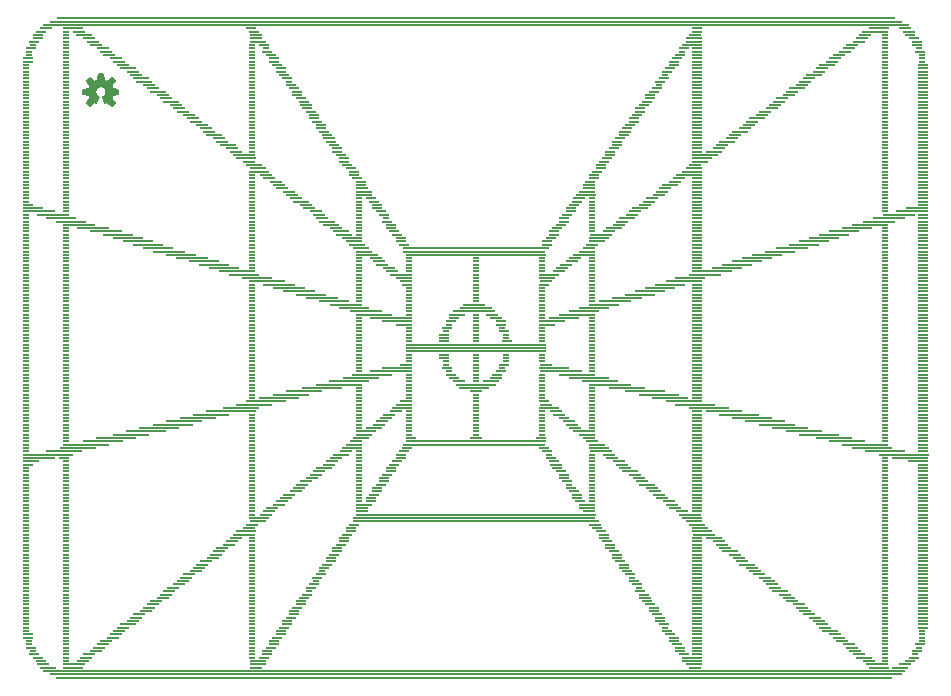
<source format=gbo>
G75*
%MOIN*%
%OFA0B0*%
%FSLAX25Y25*%
%IPPOS*%
%LPD*%
%AMOC8*
5,1,8,0,0,1.08239X$1,22.5*
%
%ADD10C,0.00591*%
%ADD11R,2.79764X0.01102*%
%ADD12R,2.84173X0.01102*%
%ADD13R,2.88622X0.01102*%
%ADD14R,0.04449X0.01142*%
%ADD15R,0.06654X0.01142*%
%ADD16R,0.03307X0.01142*%
%ADD17R,0.03346X0.01142*%
%ADD18R,0.04449X0.01102*%
%ADD19R,0.08858X0.01102*%
%ADD20R,0.03307X0.01102*%
%ADD21R,0.02205X0.01102*%
%ADD22R,0.03346X0.01102*%
%ADD23R,0.04409X0.01102*%
%ADD24R,0.05551X0.01102*%
%ADD25R,0.02205X0.01142*%
%ADD26R,0.04409X0.01142*%
%ADD27R,0.02244X0.01102*%
%ADD28R,0.05551X0.01142*%
%ADD29R,0.02244X0.01142*%
%ADD30R,0.07756X0.01102*%
%ADD31R,0.06654X0.01102*%
%ADD32R,0.11063X0.01102*%
%ADD33R,0.11102X0.01102*%
%ADD34R,0.11102X0.01142*%
%ADD35R,0.09961X0.01102*%
%ADD36R,0.10000X0.01102*%
%ADD37R,0.12205X0.01102*%
%ADD38R,0.09961X0.01142*%
%ADD39R,0.48819X0.01142*%
%ADD40R,0.10000X0.01142*%
%ADD41R,0.47717X0.01102*%
%ADD42R,0.46614X0.01102*%
%ADD43R,0.13307X0.01102*%
%ADD44R,0.14409X0.01102*%
%ADD45R,0.14409X0.01142*%
%ADD46R,0.46614X0.01142*%
%ADD47R,0.13346X0.01102*%
%ADD48R,0.13307X0.01142*%
%ADD49R,0.15512X0.01142*%
%ADD50R,0.12205X0.01142*%
%ADD51R,0.13346X0.01142*%
%ADD52R,0.12244X0.01102*%
%ADD53R,0.16654X0.01102*%
%ADD54R,0.15551X0.01102*%
%ADD55R,0.15512X0.01102*%
%ADD56R,0.16614X0.01142*%
%ADD57R,0.16654X0.01142*%
%ADD58R,0.05512X0.01102*%
%ADD59R,0.05512X0.01142*%
%ADD60R,0.79921X0.01102*%
%ADD61R,0.81024X0.01102*%
%ADD62R,0.82126X0.01142*%
%ADD63R,2.87520X0.01102*%
%ADD64R,2.84173X0.01142*%
%ADD65R,2.78622X0.01102*%
D10*
X0085760Y0279058D02*
X0084743Y0280075D01*
X0085953Y0281560D01*
X0085645Y0282157D01*
X0085440Y0282798D01*
X0083535Y0282992D01*
X0083535Y0284431D01*
X0085440Y0284625D01*
X0085645Y0285265D01*
X0085953Y0285863D01*
X0084743Y0287347D01*
X0085760Y0288365D01*
X0087245Y0287155D01*
X0087843Y0287463D01*
X0088483Y0287668D01*
X0088677Y0289573D01*
X0090116Y0289573D01*
X0090310Y0287668D01*
X0090950Y0287463D01*
X0091548Y0287155D01*
X0093032Y0288365D01*
X0094050Y0287347D01*
X0092840Y0285863D01*
X0093148Y0285265D01*
X0093353Y0284625D01*
X0095258Y0284431D01*
X0095258Y0282992D01*
X0093353Y0282798D01*
X0093148Y0282157D01*
X0092840Y0281560D01*
X0094050Y0280075D01*
X0093032Y0279058D01*
X0091548Y0280268D01*
X0090950Y0279960D01*
X0090103Y0282006D01*
X0090481Y0282218D01*
X0090800Y0282513D01*
X0091041Y0282873D01*
X0091191Y0283280D01*
X0091242Y0283711D01*
X0091189Y0284150D01*
X0091033Y0284563D01*
X0090784Y0284928D01*
X0090455Y0285223D01*
X0090065Y0285431D01*
X0089637Y0285540D01*
X0089196Y0285545D01*
X0088765Y0285445D01*
X0088371Y0285245D01*
X0088036Y0284958D01*
X0087779Y0284599D01*
X0087614Y0284189D01*
X0087552Y0283751D01*
X0087595Y0283312D01*
X0087741Y0282895D01*
X0087983Y0282525D01*
X0088305Y0282223D01*
X0088690Y0282006D01*
X0087842Y0279960D01*
X0087245Y0280268D01*
X0085760Y0279058D01*
X0085741Y0279077D02*
X0085784Y0279077D01*
X0085152Y0279666D02*
X0086507Y0279666D01*
X0087229Y0280255D02*
X0084889Y0280255D01*
X0085370Y0280844D02*
X0088209Y0280844D01*
X0087965Y0280255D02*
X0087270Y0280255D01*
X0088453Y0281433D02*
X0085850Y0281433D01*
X0085715Y0282022D02*
X0088661Y0282022D01*
X0087926Y0282611D02*
X0085500Y0282611D01*
X0083535Y0283200D02*
X0087634Y0283200D01*
X0087557Y0283789D02*
X0083535Y0283789D01*
X0083535Y0284379D02*
X0087690Y0284379D01*
X0088048Y0284968D02*
X0085550Y0284968D01*
X0085795Y0285557D02*
X0092997Y0285557D01*
X0093070Y0286146D02*
X0085722Y0286146D01*
X0085242Y0286735D02*
X0093551Y0286735D01*
X0094031Y0287324D02*
X0091755Y0287324D01*
X0091219Y0287324D02*
X0087573Y0287324D01*
X0087037Y0287324D02*
X0084762Y0287324D01*
X0085309Y0287913D02*
X0086315Y0287913D01*
X0088508Y0287913D02*
X0090285Y0287913D01*
X0090225Y0288502D02*
X0088568Y0288502D01*
X0088628Y0289091D02*
X0090165Y0289091D01*
X0092478Y0287913D02*
X0093484Y0287913D01*
X0093243Y0284968D02*
X0090739Y0284968D01*
X0091103Y0284379D02*
X0095258Y0284379D01*
X0095258Y0283789D02*
X0091233Y0283789D01*
X0091162Y0283200D02*
X0095258Y0283200D01*
X0093293Y0282611D02*
X0090866Y0282611D01*
X0090131Y0282022D02*
X0093078Y0282022D01*
X0092943Y0281433D02*
X0090340Y0281433D01*
X0090584Y0280844D02*
X0093423Y0280844D01*
X0093903Y0280255D02*
X0091564Y0280255D01*
X0091523Y0280255D02*
X0090828Y0280255D01*
X0092286Y0279666D02*
X0093640Y0279666D01*
X0093051Y0279077D02*
X0093009Y0279077D01*
D11*
X0214345Y0308251D03*
D12*
X0214345Y0307148D03*
D13*
X0214325Y0306046D03*
D14*
X0264286Y0270514D03*
X0280940Y0253861D03*
X0287593Y0259412D03*
X0295388Y0264963D03*
X0273184Y0248310D03*
X0258735Y0237207D03*
X0252081Y0231656D03*
X0244325Y0226105D03*
X0191018Y0180593D03*
X0183262Y0173940D03*
X0162160Y0157286D03*
X0155507Y0151735D03*
X0148853Y0146184D03*
X0134404Y0135081D03*
X0127751Y0129530D03*
X0105546Y0111774D03*
X0091136Y0100672D03*
X0245428Y0173940D03*
X0252081Y0168388D03*
X0258735Y0162837D03*
X0273184Y0151735D03*
X0279837Y0146184D03*
X0300940Y0129530D03*
X0308696Y0122877D03*
X0329798Y0106223D03*
X0336451Y0100672D03*
X0183262Y0226105D03*
X0162160Y0242759D03*
X0154404Y0248310D03*
X0147751Y0253861D03*
X0133302Y0264963D03*
X0125546Y0270514D03*
X0116648Y0277168D03*
X0109995Y0282719D03*
X0087790Y0299373D03*
X0071136Y0304924D03*
X0318696Y0282719D03*
X0325349Y0288270D03*
X0333105Y0293822D03*
X0357554Y0304924D03*
D15*
X0348656Y0304924D03*
X0286491Y0299373D03*
X0080034Y0304924D03*
X0286491Y0095121D03*
D16*
X0288164Y0100672D03*
X0288164Y0106223D03*
X0288164Y0111774D03*
X0288164Y0117325D03*
X0288164Y0122877D03*
X0288164Y0129530D03*
X0288164Y0135081D03*
X0288164Y0146184D03*
X0288164Y0151735D03*
X0288164Y0157286D03*
X0288164Y0162837D03*
X0288164Y0168388D03*
X0288164Y0173940D03*
X0288164Y0186144D03*
X0288164Y0191696D03*
X0288164Y0197247D03*
X0288164Y0202798D03*
X0288164Y0208349D03*
X0288164Y0213900D03*
X0288164Y0219451D03*
X0288164Y0226105D03*
X0288164Y0231656D03*
X0288164Y0237207D03*
X0288164Y0242759D03*
X0288164Y0248310D03*
X0288164Y0253861D03*
X0288164Y0264963D03*
X0288164Y0270514D03*
X0288164Y0277168D03*
X0288164Y0282719D03*
X0288164Y0288270D03*
X0288164Y0293822D03*
X0277062Y0288270D03*
X0272613Y0282719D03*
X0260408Y0264963D03*
X0288164Y0304924D03*
X0361432Y0299373D03*
X0363636Y0288270D03*
X0363636Y0282719D03*
X0363636Y0277168D03*
X0363636Y0270514D03*
X0363636Y0264963D03*
X0363636Y0259412D03*
X0363636Y0253861D03*
X0363636Y0248310D03*
X0363636Y0242759D03*
X0363636Y0237207D03*
X0363636Y0231656D03*
X0363636Y0226105D03*
X0363636Y0219451D03*
X0363636Y0213900D03*
X0363636Y0208349D03*
X0363636Y0202798D03*
X0363636Y0197247D03*
X0363636Y0191696D03*
X0363636Y0186144D03*
X0363636Y0180593D03*
X0363636Y0173940D03*
X0363636Y0168388D03*
X0363636Y0157286D03*
X0363636Y0151735D03*
X0363636Y0146184D03*
X0363636Y0140633D03*
X0363636Y0135081D03*
X0363636Y0129530D03*
X0363636Y0122877D03*
X0363636Y0117325D03*
X0363636Y0111774D03*
X0363636Y0106223D03*
X0277062Y0106223D03*
X0265959Y0122877D03*
X0242652Y0157286D03*
X0237101Y0180593D03*
X0203794Y0202798D03*
X0191589Y0219451D03*
X0187140Y0237207D03*
X0176038Y0253861D03*
X0163833Y0270514D03*
X0151629Y0288270D03*
X0147180Y0293822D03*
X0237101Y0219451D03*
X0192692Y0168388D03*
X0186038Y0157286D03*
X0181589Y0151735D03*
X0170487Y0135081D03*
X0162731Y0122877D03*
X0151629Y0106223D03*
X0147180Y0100672D03*
X0068361Y0095121D03*
D17*
X0143853Y0095121D03*
X0154955Y0111774D03*
X0167160Y0129530D03*
X0189365Y0162837D03*
X0204916Y0191696D03*
X0207121Y0208349D03*
X0240428Y0237207D03*
X0244877Y0242759D03*
X0252633Y0253861D03*
X0255979Y0259412D03*
X0269286Y0277168D03*
X0280388Y0293822D03*
X0183814Y0242759D03*
X0179365Y0248310D03*
X0171609Y0259412D03*
X0168262Y0264963D03*
X0159404Y0277168D03*
X0154955Y0282719D03*
X0143853Y0299373D03*
X0139404Y0304924D03*
X0065034Y0293822D03*
X0235979Y0168388D03*
X0245979Y0151735D03*
X0257081Y0135081D03*
X0261530Y0129530D03*
X0269286Y0117325D03*
X0273735Y0111774D03*
X0280388Y0100672D03*
X0360310Y0095121D03*
D18*
X0070034Y0092896D03*
X0083341Y0093999D03*
X0085585Y0096243D03*
X0087790Y0097345D03*
X0088892Y0098448D03*
X0093341Y0101794D03*
X0094444Y0102896D03*
X0096688Y0105101D03*
X0099995Y0107345D03*
X0102239Y0109550D03*
X0104444Y0110652D03*
X0107790Y0113999D03*
X0109995Y0115101D03*
X0111097Y0116203D03*
X0113341Y0118448D03*
X0115546Y0119550D03*
X0116648Y0120652D03*
X0121097Y0123999D03*
X0122199Y0125101D03*
X0123302Y0126203D03*
X0126648Y0128408D03*
X0128853Y0130652D03*
X0132199Y0132857D03*
X0133302Y0133959D03*
X0138853Y0138408D03*
X0139955Y0139510D03*
X0144404Y0142857D03*
X0145507Y0143959D03*
X0149955Y0147306D03*
X0151058Y0148408D03*
X0154404Y0150613D03*
X0156609Y0152857D03*
X0159955Y0155062D03*
X0161058Y0156164D03*
X0165507Y0159510D03*
X0166609Y0160613D03*
X0167711Y0161715D03*
X0171058Y0163959D03*
X0174365Y0167266D03*
X0182160Y0172818D03*
X0184365Y0175062D03*
X0185467Y0176164D03*
X0187711Y0177266D03*
X0191018Y0192818D03*
X0219877Y0209471D03*
X0242081Y0223881D03*
X0246530Y0227227D03*
X0247633Y0228329D03*
X0253184Y0232778D03*
X0262081Y0239432D03*
X0263184Y0240534D03*
X0267633Y0243881D03*
X0270940Y0246085D03*
X0275388Y0249432D03*
X0276491Y0250534D03*
X0282042Y0254983D03*
X0296491Y0266085D03*
X0300940Y0269392D03*
X0304247Y0271636D03*
X0306491Y0273841D03*
X0309798Y0276046D03*
X0313144Y0278290D03*
X0314247Y0279392D03*
X0315349Y0280495D03*
X0316451Y0281597D03*
X0319798Y0283841D03*
X0324247Y0287148D03*
X0329798Y0291597D03*
X0335349Y0296046D03*
X0337554Y0297148D03*
X0338656Y0298251D03*
X0342003Y0300495D03*
X0343105Y0301597D03*
X0344207Y0302699D03*
X0358656Y0303802D03*
X0287593Y0302699D03*
X0252081Y0252739D03*
X0252081Y0251636D03*
X0191018Y0220573D03*
X0185467Y0224983D03*
X0182160Y0227227D03*
X0167711Y0238329D03*
X0161058Y0243881D03*
X0158853Y0244983D03*
X0153302Y0249432D03*
X0149955Y0251636D03*
X0148853Y0252739D03*
X0145507Y0254983D03*
X0144404Y0256085D03*
X0138853Y0260534D03*
X0134404Y0263841D03*
X0128853Y0268290D03*
X0123302Y0272739D03*
X0121097Y0273841D03*
X0119995Y0274944D03*
X0115546Y0278290D03*
X0114444Y0279392D03*
X0111097Y0281597D03*
X0105546Y0286046D03*
X0099995Y0290495D03*
X0096688Y0292699D03*
X0094444Y0294944D03*
X0092239Y0296046D03*
X0091136Y0297148D03*
X0086688Y0300495D03*
X0085585Y0301597D03*
X0082239Y0303802D03*
X0165507Y0268290D03*
X0176609Y0251636D03*
X0240979Y0177266D03*
X0242081Y0176164D03*
X0246530Y0172818D03*
X0247633Y0171715D03*
X0253184Y0167266D03*
X0262081Y0160613D03*
X0263184Y0159510D03*
X0264286Y0158408D03*
X0267633Y0156164D03*
X0268735Y0155062D03*
X0269837Y0153959D03*
X0274286Y0150613D03*
X0275388Y0149510D03*
X0276491Y0148408D03*
X0278735Y0147306D03*
X0280940Y0145062D03*
X0295388Y0133959D03*
X0296491Y0132857D03*
X0297593Y0131755D03*
X0302042Y0128408D03*
X0303144Y0127306D03*
X0306491Y0125101D03*
X0307593Y0123999D03*
X0313144Y0119550D03*
X0314247Y0118448D03*
X0318696Y0115101D03*
X0319798Y0113999D03*
X0322003Y0112896D03*
X0324247Y0110652D03*
X0325349Y0109550D03*
X0327554Y0108448D03*
X0330900Y0105101D03*
X0335349Y0101794D03*
X0338656Y0099550D03*
X0340900Y0097345D03*
X0342003Y0096243D03*
X0357554Y0092896D03*
X0287593Y0091794D03*
X0270940Y0115101D03*
X0252081Y0143959D03*
X0240979Y0159510D03*
X0176609Y0145062D03*
X0176609Y0143959D03*
D19*
X0239877Y0207227D03*
X0285388Y0256085D03*
X0290940Y0262739D03*
X0347554Y0303802D03*
D20*
X0361432Y0300495D03*
X0362534Y0297148D03*
X0363636Y0292699D03*
X0363636Y0291597D03*
X0363636Y0290495D03*
X0363636Y0289392D03*
X0363636Y0287148D03*
X0363636Y0286046D03*
X0363636Y0284944D03*
X0363636Y0283841D03*
X0363636Y0281597D03*
X0363636Y0280495D03*
X0363636Y0279392D03*
X0363636Y0278290D03*
X0363636Y0276046D03*
X0363636Y0274944D03*
X0363636Y0273841D03*
X0363636Y0272739D03*
X0363636Y0271636D03*
X0363636Y0269392D03*
X0363636Y0268290D03*
X0363636Y0267188D03*
X0363636Y0266085D03*
X0363636Y0263841D03*
X0363636Y0262739D03*
X0363636Y0261636D03*
X0363636Y0260534D03*
X0363636Y0258290D03*
X0363636Y0257188D03*
X0363636Y0256085D03*
X0363636Y0254983D03*
X0363636Y0252739D03*
X0363636Y0251636D03*
X0363636Y0250534D03*
X0363636Y0249432D03*
X0363636Y0247188D03*
X0363636Y0246085D03*
X0363636Y0241636D03*
X0363636Y0240534D03*
X0363636Y0239432D03*
X0363636Y0238329D03*
X0363636Y0236085D03*
X0363636Y0234983D03*
X0363636Y0233881D03*
X0363636Y0232778D03*
X0363636Y0230534D03*
X0363636Y0229432D03*
X0363636Y0228329D03*
X0363636Y0227227D03*
X0363636Y0224983D03*
X0363636Y0223881D03*
X0363636Y0222778D03*
X0363636Y0221676D03*
X0363636Y0220573D03*
X0363636Y0218329D03*
X0363636Y0217227D03*
X0363636Y0216125D03*
X0363636Y0215022D03*
X0363636Y0212778D03*
X0363636Y0211676D03*
X0363636Y0210573D03*
X0363636Y0209471D03*
X0363636Y0207227D03*
X0363636Y0206125D03*
X0363636Y0205022D03*
X0363636Y0203920D03*
X0363636Y0201676D03*
X0363636Y0200573D03*
X0363636Y0199471D03*
X0363636Y0198369D03*
X0363636Y0196125D03*
X0363636Y0195022D03*
X0363636Y0193920D03*
X0363636Y0192818D03*
X0363636Y0190573D03*
X0363636Y0189471D03*
X0363636Y0188369D03*
X0363636Y0187266D03*
X0363636Y0185022D03*
X0363636Y0183920D03*
X0363636Y0182818D03*
X0363636Y0181715D03*
X0363636Y0179471D03*
X0363636Y0178369D03*
X0363636Y0177266D03*
X0363636Y0176164D03*
X0363636Y0175062D03*
X0363636Y0172818D03*
X0363636Y0171715D03*
X0363636Y0170613D03*
X0363636Y0169510D03*
X0363636Y0167266D03*
X0363636Y0166164D03*
X0363636Y0165062D03*
X0363636Y0163959D03*
X0363636Y0159510D03*
X0363636Y0158408D03*
X0363636Y0156164D03*
X0363636Y0155062D03*
X0363636Y0153959D03*
X0363636Y0152857D03*
X0363636Y0150613D03*
X0363636Y0149510D03*
X0363636Y0148408D03*
X0363636Y0147306D03*
X0363636Y0145062D03*
X0363636Y0143959D03*
X0363636Y0142857D03*
X0363636Y0141755D03*
X0363636Y0139510D03*
X0363636Y0138408D03*
X0363636Y0137306D03*
X0363636Y0136203D03*
X0363636Y0133959D03*
X0363636Y0132857D03*
X0363636Y0131755D03*
X0363636Y0130652D03*
X0363636Y0128408D03*
X0363636Y0127306D03*
X0363636Y0126203D03*
X0363636Y0125101D03*
X0363636Y0123999D03*
X0363636Y0121755D03*
X0363636Y0120652D03*
X0363636Y0119550D03*
X0363636Y0118448D03*
X0363636Y0116203D03*
X0363636Y0115101D03*
X0363636Y0113999D03*
X0363636Y0112896D03*
X0363636Y0110652D03*
X0363636Y0109550D03*
X0363636Y0108448D03*
X0363636Y0107345D03*
X0363636Y0105101D03*
X0362534Y0099550D03*
X0361432Y0097345D03*
X0288164Y0097345D03*
X0288164Y0096243D03*
X0288164Y0098448D03*
X0288164Y0099550D03*
X0288164Y0101794D03*
X0288164Y0102896D03*
X0288164Y0103999D03*
X0288164Y0105101D03*
X0288164Y0107345D03*
X0288164Y0108448D03*
X0288164Y0109550D03*
X0288164Y0110652D03*
X0288164Y0112896D03*
X0288164Y0113999D03*
X0288164Y0115101D03*
X0288164Y0116203D03*
X0288164Y0118448D03*
X0288164Y0119550D03*
X0288164Y0120652D03*
X0288164Y0121755D03*
X0288164Y0123999D03*
X0288164Y0125101D03*
X0288164Y0126203D03*
X0288164Y0127306D03*
X0288164Y0128408D03*
X0288164Y0130652D03*
X0288164Y0131755D03*
X0288164Y0132857D03*
X0288164Y0133959D03*
X0288164Y0143959D03*
X0288164Y0145062D03*
X0288164Y0147306D03*
X0288164Y0148408D03*
X0288164Y0149510D03*
X0288164Y0150613D03*
X0288164Y0152857D03*
X0288164Y0153959D03*
X0288164Y0155062D03*
X0288164Y0156164D03*
X0288164Y0158408D03*
X0288164Y0159510D03*
X0288164Y0160613D03*
X0288164Y0161715D03*
X0288164Y0163959D03*
X0288164Y0165062D03*
X0288164Y0166164D03*
X0288164Y0167266D03*
X0288164Y0169510D03*
X0288164Y0170613D03*
X0288164Y0171715D03*
X0288164Y0172818D03*
X0288164Y0175062D03*
X0288164Y0176164D03*
X0288164Y0177266D03*
X0288164Y0181715D03*
X0288164Y0182818D03*
X0288164Y0183920D03*
X0288164Y0185022D03*
X0288164Y0187266D03*
X0288164Y0188369D03*
X0288164Y0189471D03*
X0288164Y0190573D03*
X0288164Y0192818D03*
X0288164Y0193920D03*
X0288164Y0195022D03*
X0288164Y0196125D03*
X0288164Y0198369D03*
X0288164Y0199471D03*
X0288164Y0200573D03*
X0288164Y0201676D03*
X0288164Y0203920D03*
X0288164Y0205022D03*
X0288164Y0206125D03*
X0288164Y0207227D03*
X0288164Y0209471D03*
X0288164Y0210573D03*
X0288164Y0211676D03*
X0288164Y0212778D03*
X0288164Y0215022D03*
X0288164Y0216125D03*
X0288164Y0217227D03*
X0288164Y0218329D03*
X0288164Y0224983D03*
X0288164Y0227227D03*
X0288164Y0228329D03*
X0288164Y0229432D03*
X0288164Y0230534D03*
X0288164Y0232778D03*
X0288164Y0233881D03*
X0288164Y0234983D03*
X0288164Y0236085D03*
X0288164Y0238329D03*
X0288164Y0239432D03*
X0288164Y0240534D03*
X0288164Y0241636D03*
X0288164Y0243881D03*
X0288164Y0244983D03*
X0288164Y0246085D03*
X0288164Y0247188D03*
X0288164Y0249432D03*
X0288164Y0250534D03*
X0288164Y0251636D03*
X0288164Y0252739D03*
X0288164Y0254983D03*
X0288164Y0263841D03*
X0288164Y0266085D03*
X0288164Y0267188D03*
X0288164Y0268290D03*
X0288164Y0269392D03*
X0288164Y0271636D03*
X0288164Y0272739D03*
X0288164Y0273841D03*
X0288164Y0274944D03*
X0288164Y0276046D03*
X0288164Y0278290D03*
X0288164Y0279392D03*
X0288164Y0280495D03*
X0288164Y0281597D03*
X0288164Y0283841D03*
X0288164Y0284944D03*
X0288164Y0286046D03*
X0288164Y0287148D03*
X0288164Y0289392D03*
X0288164Y0290495D03*
X0288164Y0291597D03*
X0288164Y0292699D03*
X0288164Y0294944D03*
X0288164Y0296046D03*
X0288164Y0297148D03*
X0288164Y0298251D03*
X0283715Y0298251D03*
X0282613Y0296046D03*
X0278164Y0290495D03*
X0272613Y0281597D03*
X0271510Y0280495D03*
X0267062Y0274944D03*
X0267062Y0273841D03*
X0265959Y0272739D03*
X0264857Y0271636D03*
X0259306Y0263841D03*
X0259306Y0262739D03*
X0254857Y0257188D03*
X0253755Y0256085D03*
X0253755Y0254983D03*
X0248203Y0247188D03*
X0243755Y0241636D03*
X0243755Y0240534D03*
X0242652Y0239432D03*
X0238203Y0233881D03*
X0238203Y0232778D03*
X0203794Y0201676D03*
X0203794Y0200573D03*
X0203794Y0196125D03*
X0203794Y0195022D03*
X0221550Y0189471D03*
X0243755Y0175062D03*
X0237101Y0165062D03*
X0238203Y0163959D03*
X0243755Y0156164D03*
X0243755Y0155062D03*
X0248203Y0149510D03*
X0248203Y0148408D03*
X0249306Y0147306D03*
X0254857Y0138408D03*
X0259306Y0132857D03*
X0259306Y0131755D03*
X0260408Y0130652D03*
X0264857Y0123999D03*
X0267062Y0120652D03*
X0271510Y0113999D03*
X0272613Y0112896D03*
X0278164Y0103999D03*
X0282613Y0098448D03*
X0282613Y0097345D03*
X0283715Y0096243D03*
X0191589Y0165062D03*
X0187140Y0159510D03*
X0186038Y0158408D03*
X0181589Y0150613D03*
X0180487Y0149510D03*
X0170487Y0133959D03*
X0169385Y0132857D03*
X0164936Y0126203D03*
X0163833Y0125101D03*
X0158282Y0116203D03*
X0157180Y0115101D03*
X0152731Y0108448D03*
X0151629Y0107345D03*
X0147180Y0099550D03*
X0146077Y0098448D03*
X0067259Y0096243D03*
X0066156Y0098448D03*
X0186038Y0238329D03*
X0186038Y0239432D03*
X0181589Y0244983D03*
X0181589Y0246085D03*
X0180487Y0247188D03*
X0176038Y0252739D03*
X0174936Y0254983D03*
X0170487Y0260534D03*
X0170487Y0261636D03*
X0169385Y0262739D03*
X0164936Y0269392D03*
X0162731Y0271636D03*
X0162731Y0272739D03*
X0158282Y0278290D03*
X0157180Y0280495D03*
X0152731Y0286046D03*
X0147180Y0294944D03*
X0146077Y0296046D03*
X0140526Y0303802D03*
X0068361Y0302699D03*
X0068361Y0301597D03*
X0067259Y0300495D03*
X0066156Y0298251D03*
X0288164Y0303802D03*
D21*
X0283164Y0297148D03*
X0277613Y0289392D03*
X0253203Y0247188D03*
X0253203Y0246085D03*
X0253203Y0244983D03*
X0253203Y0243881D03*
X0253203Y0241636D03*
X0253203Y0240534D03*
X0253203Y0239432D03*
X0253203Y0238329D03*
X0253203Y0228329D03*
X0253203Y0227227D03*
X0253203Y0224983D03*
X0253203Y0223881D03*
X0253203Y0222778D03*
X0253203Y0221676D03*
X0253203Y0220573D03*
X0253203Y0218329D03*
X0253203Y0217227D03*
X0253203Y0216125D03*
X0253203Y0215022D03*
X0253203Y0207227D03*
X0253203Y0206125D03*
X0253203Y0205022D03*
X0253203Y0203920D03*
X0253203Y0201676D03*
X0253203Y0200573D03*
X0253203Y0199471D03*
X0253203Y0198369D03*
X0253203Y0196125D03*
X0253203Y0195022D03*
X0253203Y0193920D03*
X0253203Y0192818D03*
X0253203Y0190573D03*
X0253203Y0185022D03*
X0253203Y0183920D03*
X0253203Y0182818D03*
X0253203Y0181715D03*
X0253203Y0179471D03*
X0253203Y0178369D03*
X0253203Y0177266D03*
X0253203Y0176164D03*
X0253203Y0175062D03*
X0253203Y0172818D03*
X0253203Y0171715D03*
X0253203Y0161715D03*
X0253203Y0160613D03*
X0253203Y0159510D03*
X0253203Y0158408D03*
X0253203Y0156164D03*
X0253203Y0155062D03*
X0253203Y0153959D03*
X0253203Y0152857D03*
X0253203Y0150613D03*
X0253203Y0149510D03*
X0253203Y0148408D03*
X0253203Y0147306D03*
X0236550Y0169510D03*
X0236550Y0170613D03*
X0236550Y0171715D03*
X0236550Y0172818D03*
X0236550Y0175062D03*
X0236550Y0176164D03*
X0236550Y0177266D03*
X0236550Y0181715D03*
X0236550Y0182818D03*
X0236550Y0183920D03*
X0236550Y0185022D03*
X0236550Y0187266D03*
X0236550Y0188369D03*
X0236550Y0189471D03*
X0236550Y0193920D03*
X0236550Y0195022D03*
X0236550Y0196125D03*
X0236550Y0200573D03*
X0236550Y0201676D03*
X0236550Y0203920D03*
X0236550Y0205022D03*
X0236550Y0209471D03*
X0236550Y0210573D03*
X0236550Y0211676D03*
X0236550Y0212778D03*
X0236550Y0215022D03*
X0236550Y0216125D03*
X0236550Y0217227D03*
X0236550Y0218329D03*
X0236550Y0223881D03*
X0236550Y0224983D03*
X0236550Y0227227D03*
X0236550Y0228329D03*
X0214345Y0228329D03*
X0214345Y0227227D03*
X0214345Y0224983D03*
X0214345Y0223881D03*
X0214345Y0222778D03*
X0214345Y0221676D03*
X0214345Y0220573D03*
X0214345Y0218329D03*
X0214345Y0217227D03*
X0214345Y0216125D03*
X0214345Y0215022D03*
X0214345Y0209471D03*
X0214345Y0207227D03*
X0214345Y0206125D03*
X0214345Y0205022D03*
X0214345Y0203920D03*
X0214345Y0201676D03*
X0214345Y0200573D03*
X0214345Y0196125D03*
X0214345Y0195022D03*
X0214345Y0193920D03*
X0214345Y0192818D03*
X0214345Y0190573D03*
X0214345Y0189471D03*
X0214345Y0188369D03*
X0214345Y0187266D03*
X0214345Y0182818D03*
X0214345Y0181715D03*
X0214345Y0179471D03*
X0214345Y0178369D03*
X0214345Y0177266D03*
X0214345Y0176164D03*
X0214345Y0175062D03*
X0214345Y0172818D03*
X0214345Y0171715D03*
X0214345Y0170613D03*
X0214345Y0169510D03*
X0192140Y0169510D03*
X0192140Y0170613D03*
X0192140Y0171715D03*
X0192140Y0172818D03*
X0192140Y0175062D03*
X0192140Y0176164D03*
X0192140Y0177266D03*
X0192140Y0181715D03*
X0192140Y0182818D03*
X0192140Y0183920D03*
X0192140Y0185022D03*
X0192140Y0187266D03*
X0192140Y0188369D03*
X0192140Y0189471D03*
X0192140Y0193920D03*
X0192140Y0195022D03*
X0192140Y0196125D03*
X0192140Y0200573D03*
X0192140Y0201676D03*
X0192140Y0203920D03*
X0192140Y0205022D03*
X0192140Y0209471D03*
X0192140Y0210573D03*
X0192140Y0211676D03*
X0192140Y0212778D03*
X0192140Y0215022D03*
X0192140Y0216125D03*
X0192140Y0217227D03*
X0192140Y0218329D03*
X0192140Y0223881D03*
X0192140Y0224983D03*
X0192140Y0227227D03*
X0192140Y0228329D03*
X0175487Y0228329D03*
X0175487Y0227227D03*
X0175487Y0224983D03*
X0175487Y0223881D03*
X0175487Y0222778D03*
X0175487Y0221676D03*
X0175487Y0220573D03*
X0175487Y0218329D03*
X0175487Y0217227D03*
X0175487Y0216125D03*
X0175487Y0215022D03*
X0175487Y0207227D03*
X0175487Y0206125D03*
X0175487Y0205022D03*
X0175487Y0203920D03*
X0175487Y0201676D03*
X0175487Y0200573D03*
X0175487Y0199471D03*
X0175487Y0198369D03*
X0175487Y0196125D03*
X0175487Y0195022D03*
X0175487Y0193920D03*
X0175487Y0192818D03*
X0175487Y0190573D03*
X0175487Y0185022D03*
X0175487Y0183920D03*
X0175487Y0182818D03*
X0175487Y0181715D03*
X0175487Y0179471D03*
X0175487Y0178369D03*
X0175487Y0177266D03*
X0175487Y0176164D03*
X0175487Y0175062D03*
X0175487Y0172818D03*
X0175487Y0171715D03*
X0175487Y0163959D03*
X0175487Y0161715D03*
X0175487Y0160613D03*
X0175487Y0159510D03*
X0175487Y0158408D03*
X0175487Y0156164D03*
X0175487Y0155062D03*
X0175487Y0153959D03*
X0175487Y0152857D03*
X0175487Y0150613D03*
X0175487Y0149510D03*
X0175487Y0148408D03*
X0175487Y0147306D03*
X0163282Y0123999D03*
X0139975Y0123999D03*
X0139975Y0125101D03*
X0139975Y0126203D03*
X0139975Y0127306D03*
X0139975Y0128408D03*
X0139975Y0130652D03*
X0139975Y0131755D03*
X0139975Y0132857D03*
X0139975Y0133959D03*
X0139975Y0142857D03*
X0139975Y0143959D03*
X0139975Y0145062D03*
X0139975Y0147306D03*
X0139975Y0148408D03*
X0139975Y0149510D03*
X0139975Y0150613D03*
X0139975Y0152857D03*
X0139975Y0153959D03*
X0139975Y0155062D03*
X0139975Y0156164D03*
X0139975Y0158408D03*
X0139975Y0159510D03*
X0139975Y0160613D03*
X0139975Y0161715D03*
X0139975Y0163959D03*
X0139975Y0165062D03*
X0139975Y0166164D03*
X0139975Y0167266D03*
X0139975Y0169510D03*
X0139975Y0170613D03*
X0139975Y0171715D03*
X0139975Y0172818D03*
X0139975Y0175062D03*
X0139975Y0176164D03*
X0139975Y0181715D03*
X0139975Y0182818D03*
X0139975Y0183920D03*
X0139975Y0185022D03*
X0139975Y0187266D03*
X0139975Y0188369D03*
X0139975Y0189471D03*
X0139975Y0190573D03*
X0139975Y0192818D03*
X0139975Y0193920D03*
X0139975Y0195022D03*
X0139975Y0196125D03*
X0139975Y0198369D03*
X0139975Y0199471D03*
X0139975Y0200573D03*
X0139975Y0201676D03*
X0139975Y0203920D03*
X0139975Y0205022D03*
X0139975Y0206125D03*
X0139975Y0207227D03*
X0139975Y0209471D03*
X0139975Y0210573D03*
X0139975Y0211676D03*
X0139975Y0212778D03*
X0139975Y0215022D03*
X0139975Y0216125D03*
X0139975Y0217227D03*
X0139975Y0218329D03*
X0139975Y0224983D03*
X0139975Y0227227D03*
X0139975Y0228329D03*
X0139975Y0229432D03*
X0139975Y0230534D03*
X0139975Y0232778D03*
X0139975Y0233881D03*
X0139975Y0234983D03*
X0139975Y0236085D03*
X0139975Y0238329D03*
X0139975Y0239432D03*
X0139975Y0240534D03*
X0139975Y0241636D03*
X0139975Y0243881D03*
X0139975Y0244983D03*
X0139975Y0246085D03*
X0139975Y0247188D03*
X0139975Y0249432D03*
X0139975Y0250534D03*
X0139975Y0251636D03*
X0139975Y0252739D03*
X0139975Y0254983D03*
X0139975Y0256085D03*
X0139975Y0263841D03*
X0139975Y0266085D03*
X0139975Y0267188D03*
X0139975Y0268290D03*
X0139975Y0269392D03*
X0139975Y0271636D03*
X0139975Y0272739D03*
X0139975Y0273841D03*
X0139975Y0274944D03*
X0139975Y0276046D03*
X0139975Y0278290D03*
X0139975Y0279392D03*
X0139975Y0280495D03*
X0139975Y0281597D03*
X0139975Y0283841D03*
X0139975Y0284944D03*
X0139975Y0286046D03*
X0139975Y0287148D03*
X0139975Y0289392D03*
X0139975Y0290495D03*
X0139975Y0291597D03*
X0139975Y0292699D03*
X0139975Y0294944D03*
X0139975Y0296046D03*
X0139975Y0297148D03*
X0139975Y0298251D03*
X0152180Y0287148D03*
X0175487Y0247188D03*
X0175487Y0246085D03*
X0175487Y0244983D03*
X0175487Y0243881D03*
X0175487Y0241636D03*
X0175487Y0240534D03*
X0175487Y0239432D03*
X0175487Y0238329D03*
X0175487Y0236085D03*
X0204345Y0203920D03*
X0204345Y0193920D03*
X0204345Y0192818D03*
X0266510Y0121755D03*
X0277613Y0105101D03*
X0350881Y0105101D03*
X0350881Y0103999D03*
X0350881Y0102896D03*
X0350881Y0101794D03*
X0350881Y0099550D03*
X0350881Y0098448D03*
X0350881Y0097345D03*
X0350881Y0096243D03*
X0350881Y0093999D03*
X0360881Y0096243D03*
X0361983Y0098448D03*
X0363085Y0101794D03*
X0363085Y0102896D03*
X0363085Y0103999D03*
X0350881Y0107345D03*
X0350881Y0108448D03*
X0350881Y0109550D03*
X0350881Y0110652D03*
X0350881Y0112896D03*
X0350881Y0113999D03*
X0350881Y0115101D03*
X0350881Y0116203D03*
X0350881Y0118448D03*
X0350881Y0119550D03*
X0350881Y0120652D03*
X0350881Y0121755D03*
X0350881Y0123999D03*
X0350881Y0125101D03*
X0350881Y0126203D03*
X0350881Y0127306D03*
X0350881Y0128408D03*
X0350881Y0130652D03*
X0350881Y0131755D03*
X0350881Y0132857D03*
X0350881Y0133959D03*
X0350881Y0136203D03*
X0350881Y0137306D03*
X0350881Y0138408D03*
X0350881Y0139510D03*
X0350881Y0141755D03*
X0350881Y0142857D03*
X0350881Y0143959D03*
X0350881Y0145062D03*
X0350881Y0147306D03*
X0350881Y0148408D03*
X0350881Y0149510D03*
X0350881Y0150613D03*
X0350881Y0152857D03*
X0350881Y0153959D03*
X0350881Y0155062D03*
X0350881Y0156164D03*
X0350881Y0158408D03*
X0350881Y0159510D03*
X0350881Y0160613D03*
X0350881Y0161715D03*
X0350881Y0167266D03*
X0350881Y0169510D03*
X0350881Y0170613D03*
X0350881Y0171715D03*
X0350881Y0172818D03*
X0350881Y0175062D03*
X0350881Y0176164D03*
X0350881Y0177266D03*
X0350881Y0178369D03*
X0350881Y0179471D03*
X0350881Y0181715D03*
X0350881Y0182818D03*
X0350881Y0183920D03*
X0350881Y0185022D03*
X0350881Y0187266D03*
X0350881Y0188369D03*
X0350881Y0189471D03*
X0350881Y0190573D03*
X0350881Y0192818D03*
X0350881Y0193920D03*
X0350881Y0195022D03*
X0350881Y0196125D03*
X0350881Y0198369D03*
X0350881Y0199471D03*
X0350881Y0200573D03*
X0350881Y0201676D03*
X0350881Y0203920D03*
X0350881Y0205022D03*
X0350881Y0206125D03*
X0350881Y0207227D03*
X0350881Y0209471D03*
X0350881Y0210573D03*
X0350881Y0211676D03*
X0350881Y0212778D03*
X0350881Y0215022D03*
X0350881Y0216125D03*
X0350881Y0217227D03*
X0350881Y0218329D03*
X0350881Y0220573D03*
X0350881Y0221676D03*
X0350881Y0222778D03*
X0350881Y0223881D03*
X0350881Y0224983D03*
X0350881Y0227227D03*
X0350881Y0228329D03*
X0350881Y0229432D03*
X0350881Y0230534D03*
X0350881Y0232778D03*
X0350881Y0233881D03*
X0350881Y0234983D03*
X0350881Y0236085D03*
X0350881Y0238329D03*
X0350881Y0243881D03*
X0350881Y0244983D03*
X0350881Y0246085D03*
X0350881Y0247188D03*
X0350881Y0249432D03*
X0350881Y0250534D03*
X0350881Y0251636D03*
X0350881Y0252739D03*
X0350881Y0254983D03*
X0350881Y0256085D03*
X0350881Y0257188D03*
X0350881Y0258290D03*
X0350881Y0260534D03*
X0350881Y0261636D03*
X0350881Y0262739D03*
X0350881Y0263841D03*
X0350881Y0266085D03*
X0350881Y0267188D03*
X0350881Y0268290D03*
X0350881Y0269392D03*
X0350881Y0271636D03*
X0350881Y0272739D03*
X0350881Y0273841D03*
X0350881Y0274944D03*
X0350881Y0276046D03*
X0350881Y0278290D03*
X0350881Y0279392D03*
X0350881Y0280495D03*
X0350881Y0281597D03*
X0350881Y0283841D03*
X0350881Y0284944D03*
X0350881Y0286046D03*
X0350881Y0287148D03*
X0350881Y0289392D03*
X0350881Y0290495D03*
X0350881Y0291597D03*
X0350881Y0292699D03*
X0350881Y0294944D03*
X0350881Y0296046D03*
X0350881Y0297148D03*
X0350881Y0298251D03*
X0350881Y0300495D03*
X0350881Y0301597D03*
X0350881Y0302699D03*
X0361983Y0298251D03*
X0363085Y0296046D03*
X0363085Y0294944D03*
X0139975Y0121755D03*
X0139975Y0120652D03*
X0139975Y0119550D03*
X0139975Y0118448D03*
X0139975Y0116203D03*
X0139975Y0115101D03*
X0139975Y0113999D03*
X0139975Y0112896D03*
X0139975Y0110652D03*
X0139975Y0109550D03*
X0139975Y0108448D03*
X0139975Y0107345D03*
X0139975Y0105101D03*
X0139975Y0103999D03*
X0139975Y0102896D03*
X0139975Y0101794D03*
X0139975Y0099550D03*
X0139975Y0098448D03*
X0139975Y0097345D03*
X0139975Y0096243D03*
X0077810Y0096243D03*
X0077810Y0097345D03*
X0077810Y0098448D03*
X0077810Y0099550D03*
X0077810Y0101794D03*
X0077810Y0102896D03*
X0077810Y0103999D03*
X0077810Y0105101D03*
X0077810Y0107345D03*
X0077810Y0108448D03*
X0077810Y0109550D03*
X0077810Y0110652D03*
X0077810Y0112896D03*
X0077810Y0113999D03*
X0077810Y0115101D03*
X0077810Y0116203D03*
X0077810Y0118448D03*
X0077810Y0119550D03*
X0077810Y0120652D03*
X0077810Y0121755D03*
X0077810Y0123999D03*
X0077810Y0125101D03*
X0077810Y0126203D03*
X0077810Y0127306D03*
X0077810Y0128408D03*
X0077810Y0130652D03*
X0077810Y0131755D03*
X0077810Y0132857D03*
X0077810Y0133959D03*
X0077810Y0136203D03*
X0077810Y0137306D03*
X0077810Y0138408D03*
X0077810Y0139510D03*
X0077810Y0141755D03*
X0077810Y0142857D03*
X0077810Y0143959D03*
X0077810Y0145062D03*
X0077810Y0147306D03*
X0077810Y0148408D03*
X0077810Y0149510D03*
X0077810Y0150613D03*
X0077810Y0152857D03*
X0077810Y0153959D03*
X0077810Y0155062D03*
X0077810Y0156164D03*
X0077810Y0158408D03*
X0077810Y0159510D03*
X0077810Y0160613D03*
X0077810Y0167266D03*
X0077810Y0169510D03*
X0077810Y0170613D03*
X0077810Y0171715D03*
X0077810Y0172818D03*
X0077810Y0175062D03*
X0077810Y0176164D03*
X0077810Y0177266D03*
X0077810Y0178369D03*
X0077810Y0179471D03*
X0077810Y0181715D03*
X0077810Y0182818D03*
X0077810Y0183920D03*
X0077810Y0185022D03*
X0077810Y0187266D03*
X0077810Y0188369D03*
X0077810Y0189471D03*
X0077810Y0190573D03*
X0077810Y0192818D03*
X0077810Y0193920D03*
X0077810Y0195022D03*
X0077810Y0196125D03*
X0077810Y0198369D03*
X0077810Y0199471D03*
X0077810Y0200573D03*
X0077810Y0201676D03*
X0077810Y0203920D03*
X0077810Y0205022D03*
X0077810Y0206125D03*
X0077810Y0207227D03*
X0077810Y0209471D03*
X0077810Y0210573D03*
X0077810Y0211676D03*
X0077810Y0212778D03*
X0077810Y0215022D03*
X0077810Y0216125D03*
X0077810Y0217227D03*
X0077810Y0218329D03*
X0077810Y0220573D03*
X0077810Y0221676D03*
X0077810Y0222778D03*
X0077810Y0223881D03*
X0077810Y0224983D03*
X0077810Y0227227D03*
X0077810Y0228329D03*
X0077810Y0229432D03*
X0077810Y0230534D03*
X0077810Y0232778D03*
X0077810Y0233881D03*
X0077810Y0234983D03*
X0077810Y0236085D03*
X0077810Y0238329D03*
X0077810Y0243881D03*
X0077810Y0244983D03*
X0077810Y0246085D03*
X0077810Y0247188D03*
X0077810Y0249432D03*
X0077810Y0250534D03*
X0077810Y0251636D03*
X0077810Y0252739D03*
X0077810Y0254983D03*
X0077810Y0256085D03*
X0077810Y0257188D03*
X0077810Y0258290D03*
X0077810Y0260534D03*
X0077810Y0261636D03*
X0077810Y0262739D03*
X0077810Y0263841D03*
X0077810Y0266085D03*
X0077810Y0267188D03*
X0077810Y0268290D03*
X0077810Y0269392D03*
X0077810Y0271636D03*
X0077810Y0272739D03*
X0077810Y0273841D03*
X0077810Y0274944D03*
X0077810Y0276046D03*
X0077810Y0278290D03*
X0077810Y0279392D03*
X0077810Y0280495D03*
X0077810Y0281597D03*
X0077810Y0283841D03*
X0077810Y0284944D03*
X0077810Y0286046D03*
X0077810Y0287148D03*
X0077810Y0289392D03*
X0077810Y0290495D03*
X0077810Y0291597D03*
X0077810Y0292699D03*
X0077810Y0294944D03*
X0077810Y0296046D03*
X0077810Y0297148D03*
X0077810Y0298251D03*
X0077810Y0300495D03*
X0077810Y0301597D03*
X0077810Y0302699D03*
X0077810Y0303802D03*
X0065605Y0297148D03*
X0065605Y0296046D03*
X0065605Y0099550D03*
X0066707Y0097345D03*
X0077810Y0093999D03*
D22*
X0069483Y0093999D03*
X0065034Y0101794D03*
X0065034Y0102896D03*
X0065034Y0159510D03*
X0077239Y0161715D03*
X0153853Y0110652D03*
X0153853Y0109550D03*
X0156058Y0112896D03*
X0156058Y0113999D03*
X0159404Y0118448D03*
X0160507Y0119550D03*
X0161609Y0121755D03*
X0166058Y0127306D03*
X0166058Y0128408D03*
X0168262Y0130652D03*
X0168262Y0131755D03*
X0171609Y0136203D03*
X0172711Y0137306D03*
X0172711Y0138408D03*
X0173814Y0139510D03*
X0179365Y0147306D03*
X0179365Y0148408D03*
X0182711Y0152857D03*
X0183814Y0153959D03*
X0183814Y0155062D03*
X0184916Y0156164D03*
X0188262Y0160613D03*
X0189365Y0161715D03*
X0190467Y0163959D03*
X0207121Y0188369D03*
X0206018Y0189471D03*
X0222672Y0190573D03*
X0223774Y0192818D03*
X0224877Y0200573D03*
X0223774Y0203920D03*
X0222672Y0206125D03*
X0222672Y0207227D03*
X0206018Y0207227D03*
X0204916Y0205022D03*
X0190467Y0232778D03*
X0189365Y0233881D03*
X0189365Y0234983D03*
X0188262Y0236085D03*
X0184916Y0240534D03*
X0182711Y0243881D03*
X0173814Y0256085D03*
X0173814Y0257188D03*
X0172711Y0258290D03*
X0168262Y0263841D03*
X0167160Y0266085D03*
X0166058Y0267188D03*
X0161609Y0273841D03*
X0160507Y0274944D03*
X0160507Y0276046D03*
X0156058Y0281597D03*
X0154955Y0283841D03*
X0153853Y0284944D03*
X0150507Y0289392D03*
X0149404Y0290495D03*
X0149404Y0291597D03*
X0148302Y0292699D03*
X0144955Y0297148D03*
X0069483Y0303802D03*
X0065034Y0294944D03*
X0065034Y0246085D03*
X0239325Y0234983D03*
X0240428Y0236085D03*
X0241530Y0238329D03*
X0245979Y0243881D03*
X0245979Y0244983D03*
X0247081Y0246085D03*
X0255979Y0258290D03*
X0257081Y0260534D03*
X0258184Y0261636D03*
X0261530Y0266085D03*
X0261530Y0267188D03*
X0262633Y0268290D03*
X0263735Y0269392D03*
X0268184Y0276046D03*
X0269286Y0278290D03*
X0270388Y0279392D03*
X0273735Y0283841D03*
X0274837Y0284944D03*
X0275940Y0287148D03*
X0279286Y0291597D03*
X0280388Y0292699D03*
X0281491Y0294944D03*
X0359207Y0302699D03*
X0360310Y0301597D03*
X0239325Y0161715D03*
X0240428Y0160613D03*
X0241530Y0158408D03*
X0244877Y0153959D03*
X0247081Y0150613D03*
X0255979Y0137306D03*
X0257081Y0136203D03*
X0258184Y0133959D03*
X0261530Y0128408D03*
X0262633Y0127306D03*
X0263735Y0126203D03*
X0263735Y0125101D03*
X0268184Y0119550D03*
X0270388Y0116203D03*
X0273735Y0110652D03*
X0274837Y0109550D03*
X0275940Y0108448D03*
X0275940Y0107345D03*
X0279286Y0102896D03*
X0280388Y0101794D03*
X0281491Y0099550D03*
X0359207Y0093999D03*
X0150507Y0105101D03*
X0149404Y0103999D03*
X0149404Y0102896D03*
X0148302Y0101794D03*
X0144955Y0097345D03*
X0144955Y0096243D03*
D23*
X0141077Y0091794D03*
X0106668Y0112896D03*
X0101117Y0108448D03*
X0095566Y0103999D03*
X0090014Y0099550D03*
X0117770Y0121755D03*
X0124424Y0127306D03*
X0129975Y0131755D03*
X0146629Y0145062D03*
X0152180Y0149510D03*
X0157731Y0153959D03*
X0208794Y0187266D03*
X0214345Y0183920D03*
X0220999Y0188369D03*
X0237652Y0192818D03*
X0237652Y0179471D03*
X0259857Y0161715D03*
X0283164Y0143959D03*
X0254306Y0139510D03*
X0310920Y0121755D03*
X0312022Y0120652D03*
X0317573Y0116203D03*
X0328676Y0107345D03*
X0334227Y0102896D03*
X0339778Y0098448D03*
X0345329Y0093999D03*
X0237652Y0220573D03*
X0243203Y0224983D03*
X0272062Y0247188D03*
X0277613Y0251636D03*
X0299818Y0268290D03*
X0305369Y0272739D03*
X0323125Y0286046D03*
X0328676Y0290495D03*
X0334227Y0294944D03*
X0186589Y0223881D03*
X0181038Y0228329D03*
X0163282Y0241636D03*
X0157731Y0246085D03*
X0152180Y0250534D03*
X0129975Y0267188D03*
X0124424Y0271636D03*
X0118873Y0276046D03*
X0106668Y0284944D03*
X0101117Y0289392D03*
X0090014Y0298251D03*
X0141077Y0301597D03*
X0141077Y0302699D03*
X0157731Y0279392D03*
D24*
X0141648Y0258290D03*
X0131648Y0266085D03*
X0127199Y0269392D03*
X0112790Y0280495D03*
X0108341Y0283841D03*
X0103892Y0287148D03*
X0098341Y0291597D03*
X0083892Y0302699D03*
X0141648Y0300495D03*
X0177160Y0250534D03*
X0177160Y0249432D03*
X0166058Y0239432D03*
X0164955Y0240534D03*
X0170507Y0236085D03*
X0173814Y0233881D03*
X0174916Y0232778D03*
X0177160Y0230534D03*
X0190467Y0221676D03*
X0208223Y0209471D03*
X0190467Y0206125D03*
X0219325Y0187266D03*
X0238223Y0206125D03*
X0238223Y0221676D03*
X0251530Y0230534D03*
X0254877Y0233881D03*
X0260428Y0238329D03*
X0264837Y0241636D03*
X0269286Y0244983D03*
X0279286Y0252739D03*
X0287042Y0258290D03*
X0289286Y0260534D03*
X0293696Y0263841D03*
X0298144Y0267188D03*
X0308144Y0274944D03*
X0321451Y0284944D03*
X0327003Y0289392D03*
X0331451Y0292699D03*
X0287042Y0300495D03*
X0287042Y0301597D03*
X0251530Y0250534D03*
X0190467Y0179471D03*
X0180467Y0171715D03*
X0177160Y0169510D03*
X0173814Y0166164D03*
X0251530Y0169510D03*
X0254877Y0166164D03*
X0271491Y0152857D03*
X0288144Y0139510D03*
X0289286Y0138408D03*
X0299247Y0130652D03*
X0304798Y0126203D03*
X0332554Y0103999D03*
X0355861Y0091794D03*
X0287042Y0092896D03*
X0251530Y0145062D03*
X0141648Y0093999D03*
X0141648Y0092896D03*
X0071688Y0091794D03*
X0066136Y0160613D03*
X0156058Y0247188D03*
D25*
X0139975Y0248310D03*
X0139975Y0242759D03*
X0139975Y0237207D03*
X0139975Y0231656D03*
X0139975Y0226105D03*
X0139975Y0219451D03*
X0139975Y0213900D03*
X0139975Y0208349D03*
X0139975Y0202798D03*
X0139975Y0197247D03*
X0139975Y0191696D03*
X0139975Y0186144D03*
X0139975Y0173940D03*
X0139975Y0168388D03*
X0139975Y0162837D03*
X0139975Y0157286D03*
X0139975Y0151735D03*
X0139975Y0146184D03*
X0139975Y0135081D03*
X0139975Y0129530D03*
X0139975Y0122877D03*
X0139975Y0117325D03*
X0139975Y0111774D03*
X0139975Y0106223D03*
X0139975Y0100672D03*
X0139975Y0095121D03*
X0158833Y0117325D03*
X0175487Y0151735D03*
X0175487Y0157286D03*
X0175487Y0162837D03*
X0175487Y0173940D03*
X0175487Y0180593D03*
X0175487Y0191696D03*
X0175487Y0197247D03*
X0175487Y0202798D03*
X0175487Y0208349D03*
X0175487Y0213900D03*
X0175487Y0219451D03*
X0175487Y0226105D03*
X0175487Y0237207D03*
X0175487Y0242759D03*
X0175487Y0248310D03*
X0192140Y0226105D03*
X0192140Y0213900D03*
X0192140Y0202798D03*
X0192140Y0186144D03*
X0192140Y0173940D03*
X0214345Y0173940D03*
X0214345Y0180593D03*
X0214345Y0191696D03*
X0214345Y0202798D03*
X0214345Y0208349D03*
X0214345Y0213900D03*
X0214345Y0219451D03*
X0214345Y0226105D03*
X0236550Y0226105D03*
X0236550Y0213900D03*
X0236550Y0208349D03*
X0236550Y0202798D03*
X0253203Y0202798D03*
X0253203Y0197247D03*
X0253203Y0191696D03*
X0253203Y0180593D03*
X0253203Y0173940D03*
X0253203Y0162837D03*
X0253203Y0157286D03*
X0253203Y0151735D03*
X0238755Y0162837D03*
X0236550Y0173940D03*
X0236550Y0186144D03*
X0253203Y0208349D03*
X0253203Y0213900D03*
X0253203Y0219451D03*
X0253203Y0226105D03*
X0253203Y0237207D03*
X0253203Y0242759D03*
X0253203Y0248310D03*
X0350881Y0248310D03*
X0350881Y0253861D03*
X0350881Y0259412D03*
X0350881Y0264963D03*
X0350881Y0270514D03*
X0350881Y0277168D03*
X0350881Y0282719D03*
X0350881Y0288270D03*
X0350881Y0293822D03*
X0350881Y0299373D03*
X0363085Y0293822D03*
X0350881Y0237207D03*
X0350881Y0231656D03*
X0350881Y0226105D03*
X0350881Y0219451D03*
X0350881Y0213900D03*
X0350881Y0208349D03*
X0350881Y0202798D03*
X0350881Y0197247D03*
X0350881Y0191696D03*
X0350881Y0186144D03*
X0350881Y0180593D03*
X0350881Y0173940D03*
X0350881Y0168388D03*
X0350881Y0157286D03*
X0350881Y0151735D03*
X0350881Y0146184D03*
X0350881Y0140633D03*
X0350881Y0135081D03*
X0350881Y0129530D03*
X0350881Y0122877D03*
X0350881Y0117325D03*
X0350881Y0111774D03*
X0350881Y0106223D03*
X0350881Y0100672D03*
X0350881Y0095121D03*
X0363085Y0100672D03*
X0139975Y0253861D03*
X0139975Y0264963D03*
X0139975Y0270514D03*
X0139975Y0277168D03*
X0139975Y0282719D03*
X0139975Y0288270D03*
X0139975Y0293822D03*
X0139975Y0299373D03*
X0077810Y0299373D03*
X0077810Y0293822D03*
X0077810Y0288270D03*
X0077810Y0282719D03*
X0077810Y0277168D03*
X0077810Y0270514D03*
X0077810Y0264963D03*
X0077810Y0259412D03*
X0077810Y0253861D03*
X0077810Y0248310D03*
X0077810Y0237207D03*
X0077810Y0231656D03*
X0077810Y0226105D03*
X0077810Y0219451D03*
X0077810Y0213900D03*
X0077810Y0208349D03*
X0077810Y0202798D03*
X0077810Y0197247D03*
X0077810Y0191696D03*
X0077810Y0186144D03*
X0077810Y0180593D03*
X0077810Y0173940D03*
X0077810Y0168388D03*
X0077810Y0157286D03*
X0077810Y0151735D03*
X0077810Y0146184D03*
X0077810Y0140633D03*
X0077810Y0135081D03*
X0077810Y0129530D03*
X0077810Y0122877D03*
X0077810Y0117325D03*
X0077810Y0111774D03*
X0077810Y0106223D03*
X0077810Y0100672D03*
X0077810Y0095121D03*
X0065605Y0100672D03*
X0066707Y0299373D03*
D26*
X0095566Y0293822D03*
X0220999Y0208349D03*
X0266510Y0242759D03*
X0248755Y0248310D03*
X0310920Y0277168D03*
X0339778Y0299373D03*
X0214345Y0168388D03*
X0118873Y0122877D03*
X0112219Y0117325D03*
X0084463Y0095121D03*
X0323125Y0111774D03*
D27*
X0268735Y0118448D03*
X0245428Y0152857D03*
X0205467Y0190573D03*
X0205467Y0206125D03*
X0223223Y0205022D03*
X0224325Y0201676D03*
X0224325Y0196125D03*
X0224325Y0195022D03*
X0224325Y0193920D03*
X0184365Y0241636D03*
X0144404Y0298251D03*
X0064483Y0292699D03*
X0064483Y0291597D03*
X0064483Y0290495D03*
X0064483Y0289392D03*
X0064483Y0287148D03*
X0064483Y0286046D03*
X0064483Y0284944D03*
X0064483Y0283841D03*
X0064483Y0281597D03*
X0064483Y0280495D03*
X0064483Y0279392D03*
X0064483Y0278290D03*
X0064483Y0276046D03*
X0064483Y0274944D03*
X0064483Y0273841D03*
X0064483Y0272739D03*
X0064483Y0271636D03*
X0064483Y0269392D03*
X0064483Y0268290D03*
X0064483Y0267188D03*
X0064483Y0266085D03*
X0064483Y0263841D03*
X0064483Y0262739D03*
X0064483Y0261636D03*
X0064483Y0260534D03*
X0064483Y0258290D03*
X0064483Y0257188D03*
X0064483Y0256085D03*
X0064483Y0254983D03*
X0064483Y0252739D03*
X0064483Y0251636D03*
X0064483Y0250534D03*
X0064483Y0249432D03*
X0064483Y0247188D03*
X0064483Y0241636D03*
X0064483Y0240534D03*
X0064483Y0239432D03*
X0064483Y0238329D03*
X0064483Y0236085D03*
X0064483Y0234983D03*
X0064483Y0233881D03*
X0064483Y0232778D03*
X0064483Y0230534D03*
X0064483Y0229432D03*
X0064483Y0228329D03*
X0064483Y0227227D03*
X0064483Y0224983D03*
X0064483Y0223881D03*
X0064483Y0222778D03*
X0064483Y0221676D03*
X0064483Y0220573D03*
X0064483Y0218329D03*
X0064483Y0217227D03*
X0064483Y0216125D03*
X0064483Y0215022D03*
X0064483Y0212778D03*
X0064483Y0211676D03*
X0064483Y0210573D03*
X0064483Y0209471D03*
X0064483Y0207227D03*
X0064483Y0206125D03*
X0064483Y0205022D03*
X0064483Y0203920D03*
X0064483Y0201676D03*
X0064483Y0200573D03*
X0064483Y0199471D03*
X0064483Y0198369D03*
X0064483Y0196125D03*
X0064483Y0195022D03*
X0064483Y0193920D03*
X0064483Y0192818D03*
X0064483Y0190573D03*
X0064483Y0189471D03*
X0064483Y0188369D03*
X0064483Y0187266D03*
X0064483Y0185022D03*
X0064483Y0183920D03*
X0064483Y0182818D03*
X0064483Y0181715D03*
X0064483Y0179471D03*
X0064483Y0178369D03*
X0064483Y0177266D03*
X0064483Y0176164D03*
X0064483Y0175062D03*
X0064483Y0172818D03*
X0064483Y0171715D03*
X0064483Y0170613D03*
X0064483Y0169510D03*
X0064483Y0167266D03*
X0064483Y0166164D03*
X0064483Y0165062D03*
X0064483Y0163959D03*
X0064483Y0158408D03*
X0064483Y0156164D03*
X0064483Y0155062D03*
X0064483Y0153959D03*
X0064483Y0152857D03*
X0064483Y0150613D03*
X0064483Y0149510D03*
X0064483Y0148408D03*
X0064483Y0147306D03*
X0064483Y0145062D03*
X0064483Y0143959D03*
X0064483Y0142857D03*
X0064483Y0141755D03*
X0064483Y0139510D03*
X0064483Y0138408D03*
X0064483Y0137306D03*
X0064483Y0136203D03*
X0064483Y0133959D03*
X0064483Y0132857D03*
X0064483Y0131755D03*
X0064483Y0130652D03*
X0064483Y0128408D03*
X0064483Y0127306D03*
X0064483Y0126203D03*
X0064483Y0125101D03*
X0064483Y0123999D03*
X0064483Y0121755D03*
X0064483Y0120652D03*
X0064483Y0119550D03*
X0064483Y0118448D03*
X0064483Y0116203D03*
X0064483Y0115101D03*
X0064483Y0113999D03*
X0064483Y0112896D03*
X0064483Y0110652D03*
X0064483Y0109550D03*
X0064483Y0108448D03*
X0064483Y0107345D03*
X0064483Y0105101D03*
X0064483Y0103999D03*
X0161058Y0120652D03*
X0275388Y0286046D03*
D28*
X0302593Y0270514D03*
X0176058Y0231656D03*
X0169365Y0237207D03*
X0140507Y0259412D03*
X0102790Y0288270D03*
X0176058Y0168388D03*
X0169365Y0162837D03*
X0177160Y0146184D03*
X0141648Y0140633D03*
X0098341Y0106223D03*
X0251530Y0146184D03*
X0287042Y0140633D03*
X0293696Y0135081D03*
X0315900Y0117325D03*
X0343656Y0095121D03*
D29*
X0223223Y0191696D03*
X0224325Y0202798D03*
X0064483Y0202798D03*
X0064483Y0197247D03*
X0064483Y0191696D03*
X0064483Y0186144D03*
X0064483Y0180593D03*
X0064483Y0173940D03*
X0064483Y0168388D03*
X0064483Y0157286D03*
X0064483Y0151735D03*
X0064483Y0146184D03*
X0064483Y0140633D03*
X0064483Y0135081D03*
X0064483Y0129530D03*
X0064483Y0122877D03*
X0064483Y0117325D03*
X0064483Y0111774D03*
X0064483Y0106223D03*
X0064483Y0208349D03*
X0064483Y0213900D03*
X0064483Y0219451D03*
X0064483Y0226105D03*
X0064483Y0231656D03*
X0064483Y0237207D03*
X0064483Y0242759D03*
X0064483Y0248310D03*
X0064483Y0253861D03*
X0064483Y0259412D03*
X0064483Y0264963D03*
X0064483Y0270514D03*
X0064483Y0277168D03*
X0064483Y0282719D03*
X0064483Y0288270D03*
D30*
X0137199Y0262739D03*
X0178262Y0229432D03*
X0189365Y0222778D03*
X0213774Y0212778D03*
X0250428Y0229432D03*
X0255979Y0236085D03*
X0250428Y0170613D03*
X0255979Y0163959D03*
X0285940Y0142857D03*
X0290388Y0136203D03*
X0348105Y0092896D03*
X0361412Y0244983D03*
X0137199Y0136203D03*
X0080585Y0092896D03*
D31*
X0080034Y0091794D03*
X0137751Y0137306D03*
X0142199Y0141755D03*
X0173262Y0165062D03*
X0177711Y0170613D03*
X0189916Y0178369D03*
X0238774Y0178369D03*
X0255428Y0165062D03*
X0286491Y0141755D03*
X0289837Y0137306D03*
X0286491Y0093999D03*
X0348656Y0091794D03*
X0361963Y0160613D03*
X0255428Y0234983D03*
X0238774Y0222778D03*
X0250979Y0249432D03*
X0286491Y0257188D03*
X0289837Y0261636D03*
X0173262Y0234983D03*
X0142199Y0257188D03*
X0137751Y0261636D03*
X0066688Y0244983D03*
D32*
X0359759Y0243881D03*
D33*
X0351983Y0241636D03*
X0348676Y0240534D03*
X0290920Y0222778D03*
X0214345Y0211676D03*
X0177692Y0210573D03*
X0171038Y0212778D03*
X0163282Y0215022D03*
X0155526Y0217227D03*
X0152180Y0218329D03*
X0119975Y0228329D03*
X0112219Y0230534D03*
X0086668Y0238329D03*
X0082259Y0239432D03*
X0068912Y0243881D03*
X0068912Y0161715D03*
D34*
X0148833Y0219451D03*
X0091117Y0237207D03*
X0073361Y0242759D03*
X0260959Y0213900D03*
X0319778Y0231656D03*
X0355329Y0242759D03*
D35*
X0308144Y0228329D03*
X0285940Y0221676D03*
X0269286Y0216125D03*
X0257081Y0212778D03*
X0116097Y0229432D03*
X0098341Y0234983D03*
X0076136Y0241636D03*
D36*
X0079463Y0240534D03*
X0095014Y0236085D03*
X0101668Y0233881D03*
X0105014Y0232778D03*
X0123873Y0227227D03*
X0130526Y0224983D03*
X0137180Y0222778D03*
X0141629Y0221676D03*
X0159385Y0216125D03*
X0173833Y0211676D03*
X0188243Y0207227D03*
X0213794Y0185022D03*
X0250408Y0210573D03*
X0253755Y0211676D03*
X0264857Y0215022D03*
X0272613Y0217227D03*
X0275959Y0218329D03*
X0298164Y0224983D03*
X0304818Y0227227D03*
X0311471Y0229432D03*
X0315920Y0230534D03*
X0323676Y0232778D03*
X0327022Y0233881D03*
X0330329Y0234983D03*
X0333676Y0236085D03*
X0341432Y0238329D03*
D37*
X0345881Y0239432D03*
X0283715Y0220573D03*
X0248203Y0209471D03*
X0248203Y0189471D03*
X0255959Y0187266D03*
X0264857Y0185022D03*
X0279266Y0181715D03*
X0314818Y0172818D03*
X0319227Y0171715D03*
X0323676Y0170613D03*
X0338125Y0167266D03*
X0359188Y0161715D03*
X0180487Y0209471D03*
X0176038Y0188369D03*
X0157180Y0183920D03*
X0152731Y0182818D03*
X0140526Y0179471D03*
X0136077Y0178369D03*
X0126077Y0176164D03*
X0121668Y0175062D03*
X0099463Y0169510D03*
X0077259Y0163959D03*
X0144975Y0220573D03*
X0134975Y0223881D03*
D38*
X0127199Y0226105D03*
X0167160Y0213900D03*
X0240428Y0191696D03*
X0337003Y0237207D03*
D39*
X0214345Y0231656D03*
D40*
X0243755Y0208349D03*
X0279266Y0219451D03*
X0301471Y0226105D03*
X0188243Y0191696D03*
X0108322Y0231656D03*
D41*
X0213794Y0230534D03*
X0213794Y0166164D03*
D42*
X0214345Y0167266D03*
X0214345Y0198369D03*
X0214345Y0199471D03*
X0214345Y0229432D03*
D43*
X0179936Y0189471D03*
X0163282Y0185022D03*
X0113322Y0172818D03*
X0090014Y0167266D03*
X0270959Y0183920D03*
X0287613Y0179471D03*
X0306471Y0175062D03*
X0328676Y0169510D03*
X0346432Y0165062D03*
X0350881Y0163959D03*
X0293164Y0223881D03*
D44*
X0242652Y0190573D03*
X0213794Y0210573D03*
X0186038Y0190573D03*
D45*
X0186038Y0208349D03*
X0259306Y0186144D03*
D46*
X0214345Y0197247D03*
D47*
X0252081Y0188369D03*
X0275388Y0182818D03*
X0292042Y0178369D03*
X0302042Y0176164D03*
X0172160Y0187266D03*
X0148853Y0181715D03*
X0108892Y0171715D03*
X0104444Y0170613D03*
D48*
X0094463Y0168388D03*
X0214345Y0186144D03*
X0310920Y0173940D03*
D49*
X0168833Y0186144D03*
D50*
X0117219Y0173940D03*
X0283715Y0180593D03*
X0333676Y0168388D03*
D51*
X0144404Y0180593D03*
D52*
X0081688Y0165062D03*
X0297042Y0177266D03*
D53*
X0132751Y0177266D03*
D54*
X0344207Y0166164D03*
D55*
X0084463Y0166164D03*
D56*
X0356983Y0162837D03*
D57*
X0071688Y0162837D03*
D58*
X0163833Y0158408D03*
D59*
X0265959Y0157286D03*
D60*
X0214345Y0142857D03*
D61*
X0213794Y0141755D03*
D62*
X0214345Y0140633D03*
D63*
X0213774Y0090692D03*
D64*
X0214345Y0089570D03*
D65*
X0213774Y0088448D03*
M02*

</source>
